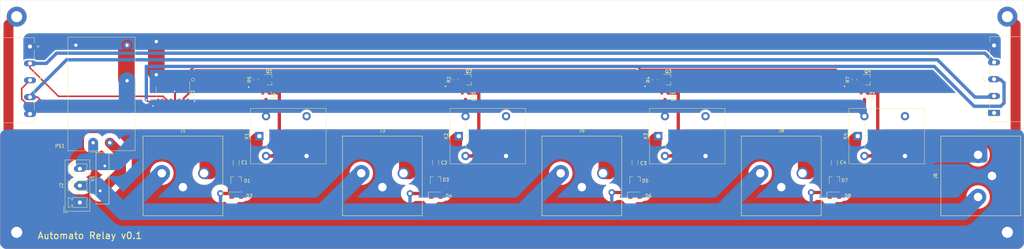
<source format=kicad_pcb>
(kicad_pcb (version 20171130) (host pcbnew 5.1.8-db9833491~87~ubuntu20.04.1)
  (layers (0 F.Cu signal) (31 B.Cu signal) (34 B.Paste user) (35 F.Paste user) (36 B.SilkS user) (37 F.SilkS user) (38 B.Mask user) (39 F.Mask user) (44 Edge.Cuts user))
  (net 0 "")
  (net 1 "Net-(C1-Pad2)")
  (net 2 "Net-(C1-Pad1)")
  (net 3 "Net-(C2-Pad2)")
  (net 4 "Net-(C2-Pad1)")
  (net 5 "Net-(C3-Pad2)")
  (net 6 "Net-(C3-Pad1)")
  (net 7 "Net-(C4-Pad2)")
  (net 8 "Net-(C4-Pad1)")
  (net 9 ACN)
  (net 10 ACE)
  (net 11 ACL)
  (net 12 3V3)
  (net 13 LATCH)
  (net 14 SDI)
  (net 15 CLK)
  (net 16 GND)
  (net 17 SDO)
  (net 18 "Net-(K1-Pad4)")
  (net 19 "Net-(K2-Pad4)")
  (net 20 "Net-(K3-Pad4)")
  (net 21 "Net-(K4-Pad4)")
  (net 22 CTRL1)
  (net 23 CTRL2)
  (net 24 CTRL3)
  (net 25 CTRL4)
  (net 26 "Net-(U1-Pad7)")
  (net 27 "Net-(U1-Pad6)")
  (net 28 "Net-(U1-Pad5)")
  (net 29 "Net-(U1-Pad4)")
  (net 30 "Net-(D9-Pad2)")
  (net 31 "Net-(D10-Pad2)")
  (net 32 "Net-(D11-Pad2)")
  (net 33 "Net-(D12-Pad2)")
  (net 34 "Net-(J7-Pad1)")
  (module Varistor:RV_Disc_D15.5mm_W3.9mm_P7.5mm (layer F.Cu) (at 51.5 147 270)
    (fp_text reference V1 (at 3.75 3.65 90) (layer F.SilkS))
    (fp_text value Varistor)
    (pad 1 thru_hole circle (at 0 0 270) (size 1.8 1.8) (drill 0.8) (layers *.Cu *.Mask) (net 11 ACL))
    (pad 2 thru_hole circle (at 7.5 1.4 270) (size 1.8 1.8) (drill 0.8) (layers *.Cu *.Mask) (net 9 ACN))
  )
  (module Converter_ACDC:Converter_ACDC_HiLink_HLK-PMxx (layer F.Cu) (at 48 140 90)
    (fp_text reference PS1 (at -1 -10) (layer F.SilkS))
    (fp_text value HLK-PM03)
    (pad 4 thru_hole circle (at 29.4 10.2 90) (size 2.3 2.3) (drill 1) (layers *.Cu *.Mask) (net 12 3V3))
    (pad 2 thru_hole circle (at 0 5 90) (size 2.3 2.3) (drill 1) (layers *.Cu *.Mask) (net 9 ACN))
    (pad 1 thru_hole rect (at 0 0 90) (size 2.3 2) (drill 1) (layers *.Cu *.Mask) (net 11 ACL))
    (pad 3 thru_hole circle (at 29.4 -5.2 90) (size 2.3 2.3) (drill 1) (layers *.Cu *.Mask) (net 16 GND))
  )
  (module Connector_Phoenix_MC_HighVoltage:PhoenixContact_MC_1,5_5-G-5.08_1x05_P5.08mm_Horizontal (layer F.Cu) (at 319 131 90)
    (fp_text reference J7 (at 10.16 -3 90) (layer F.SilkS))
    (fp_text value Screw_Terminal_01x05 hide)
    (pad 5 thru_hole oval (at 20.32 0 90) (size 1.8 3.6) (drill 1.2) (layers *.Cu *.Mask) (net 16 GND))
    (pad 4 thru_hole oval (at 15.24 0 90) (size 1.8 3.6) (drill 1.2) (layers *.Cu *.Mask) (net 15 CLK))
    (pad 3 thru_hole oval (at 10.16 0 90) (size 1.8 3.6) (drill 1.2) (layers *.Cu *.Mask) (net 17 SDO))
    (pad 2 thru_hole oval (at 5.08 0 90) (size 1.8 3.6) (drill 1.2) (layers *.Cu *.Mask) (net 13 LATCH))
    (pad 1 thru_hole roundrect (at 0 0 90) (size 1.8 3.6) (drill 1.2) (layers *.Cu *.Mask) (roundrect_rratio 0.138889) (net 34 "Net-(J7-Pad1)"))
  )
  (module Connector_Phoenix_MC_HighVoltage:PhoenixContact_MC_1,5_5-G-5.08_1x05_P5.08mm_Horizontal (layer F.Cu) (at 29 111 270)
    (fp_text reference J4 (at 10.16 -3 90) (layer F.SilkS))
    (fp_text value Screw_Terminal_01x05 hide)
    (pad 5 thru_hole oval (at 20.32 0 270) (size 1.8 3.6) (drill 1.2) (layers *.Cu *.Mask) (net 12 3V3))
    (pad 4 thru_hole oval (at 15.24 0 270) (size 1.8 3.6) (drill 1.2) (layers *.Cu *.Mask) (net 13 LATCH))
    (pad 3 thru_hole oval (at 10.16 0 270) (size 1.8 3.6) (drill 1.2) (layers *.Cu *.Mask) (net 14 SDI))
    (pad 2 thru_hole oval (at 5.08 0 270) (size 1.8 3.6) (drill 1.2) (layers *.Cu *.Mask) (net 15 CLK))
    (pad 1 thru_hole roundrect (at 0 0 270) (size 1.8 3.6) (drill 1.2) (layers *.Cu *.Mask) (roundrect_rratio 0.138889) (net 16 GND))
  )
  (module LED_SMD:LED_1206_3216Metric (layer F.Cu) (at 271 156)
    (fp_text reference D8 (at 4 0) (layer F.SilkS))
    (fp_text value LED)
    (pad 2 smd roundrect (at 1.4 0) (size 1.25 1.75) (layers F.Cu F.Paste F.Mask) (roundrect_rratio 0.2) (net 7 "Net-(C4-Pad2)"))
    (pad 1 smd roundrect (at -1.4 0) (size 1.25 1.75) (layers F.Cu F.Paste F.Mask) (roundrect_rratio 0.2) (net 9 ACN))
  )
  (module LED_SMD:LED_1206_3216Metric (layer F.Cu) (at 211 156)
    (fp_text reference D6 (at 4 0) (layer F.SilkS))
    (fp_text value LED)
    (pad 2 smd roundrect (at 1.4 0) (size 1.25 1.75) (layers F.Cu F.Paste F.Mask) (roundrect_rratio 0.2) (net 5 "Net-(C3-Pad2)"))
    (pad 1 smd roundrect (at -1.4 0) (size 1.25 1.75) (layers F.Cu F.Paste F.Mask) (roundrect_rratio 0.2) (net 9 ACN))
  )
  (module LED_SMD:LED_1206_3216Metric (layer F.Cu) (at 151.1 156)
    (fp_text reference D4 (at 3.9 0) (layer F.SilkS))
    (fp_text value LED)
    (pad 2 smd roundrect (at 1.4 0) (size 1.25 1.75) (layers F.Cu F.Paste F.Mask) (roundrect_rratio 0.2) (net 3 "Net-(C2-Pad2)"))
    (pad 1 smd roundrect (at -1.4 0) (size 1.25 1.75) (layers F.Cu F.Paste F.Mask) (roundrect_rratio 0.2) (net 9 ACN))
  )
  (module LED_SMD:LED_1206_3216Metric (layer F.Cu) (at 91.1 156)
    (fp_text reference D2 (at 3.9 0) (layer F.SilkS))
    (fp_text value LED)
    (pad 2 smd roundrect (at 1.4 0) (size 1.25 1.75) (layers F.Cu F.Paste F.Mask) (roundrect_rratio 0.2) (net 1 "Net-(C1-Pad2)"))
    (pad 1 smd roundrect (at -1.4 0) (size 1.25 1.75) (layers F.Cu F.Paste F.Mask) (roundrect_rratio 0.2) (net 9 ACN))
  )
  (module Capacitor_SMD:C_1206_3216Metric (layer F.Cu) (at 271 146 270)
    (fp_text reference C4 (at -0.029949 -2.580193 180) (layer F.SilkS))
    (fp_text value 100n)
    (pad 2 smd roundrect (at 1.475 0 270) (size 1.15 1.8) (layers F.Cu F.Paste F.Mask) (roundrect_rratio 0.217391) (net 7 "Net-(C4-Pad2)"))
    (pad 1 smd roundrect (at -1.475 0 270) (size 1.15 1.8) (layers F.Cu F.Paste F.Mask) (roundrect_rratio 0.217391) (net 8 "Net-(C4-Pad1)"))
  )
  (module Capacitor_SMD:C_1206_3216Metric (layer F.Cu) (at 211 146 270)
    (fp_text reference C3 (at 0.199133 -2.532572 180) (layer F.SilkS))
    (fp_text value 100n)
    (pad 2 smd roundrect (at 1.475 0 270) (size 1.15 1.8) (layers F.Cu F.Paste F.Mask) (roundrect_rratio 0.217391) (net 5 "Net-(C3-Pad2)"))
    (pad 1 smd roundrect (at -1.475 0 270) (size 1.15 1.8) (layers F.Cu F.Paste F.Mask) (roundrect_rratio 0.217391) (net 6 "Net-(C3-Pad1)"))
  )
  (module Capacitor_SMD:C_1206_3216Metric (layer F.Cu) (at 151 146 270)
    (fp_text reference C2 (at 0.031794 -2.536714 180) (layer F.SilkS))
    (fp_text value 100n)
    (pad 2 smd roundrect (at 1.475 0 270) (size 1.15 1.8) (layers F.Cu F.Paste F.Mask) (roundrect_rratio 0.217391) (net 3 "Net-(C2-Pad2)"))
    (pad 1 smd roundrect (at -1.475 0 270) (size 1.15 1.8) (layers F.Cu F.Paste F.Mask) (roundrect_rratio 0.217391) (net 4 "Net-(C2-Pad1)"))
  )
  (module Capacitor_SMD:C_1206_3216Metric (layer F.Cu) (at 91 146 270)
    (fp_text reference C1 (at -0.037426 -2.510471 180) (layer F.SilkS))
    (fp_text value 100n)
    (pad 2 smd roundrect (at 1.475 0 270) (size 1.15 1.8) (layers F.Cu F.Paste F.Mask) (roundrect_rratio 0.217391) (net 1 "Net-(C1-Pad2)"))
    (pad 1 smd roundrect (at -1.475 0 270) (size 1.15 1.8) (layers F.Cu F.Paste F.Mask) (roundrect_rratio 0.217391) (net 2 "Net-(C1-Pad1)"))
  )
  (module Diode_SMD:D_SOT-23_ANK (layer F.Cu) (at 280 126 270)
    (fp_text reference D12 (at 0 -2.5 90) (layer F.SilkS))
    (fp_text value D)
    (pad 2 smd rect (at -1 -0.95 270) (size 0.9 0.8) (layers F.Cu F.Paste F.Mask) (net 33 "Net-(D12-Pad2)"))
    (pad "" smd rect (at -1 0.95 270) (size 0.9 0.8) (layers F.Cu F.Paste F.Mask))
    (pad 1 smd rect (at 1 0 270) (size 0.9 0.8) (layers F.Cu F.Paste F.Mask) (net 12 3V3))
  )
  (module Diode_SMD:D_SOT-23_ANK (layer F.Cu) (at 220 126 270)
    (fp_text reference D11 (at 0 -2.5 90) (layer F.SilkS))
    (fp_text value D)
    (pad 2 smd rect (at -1 -0.95 270) (size 0.9 0.8) (layers F.Cu F.Paste F.Mask) (net 32 "Net-(D11-Pad2)"))
    (pad "" smd rect (at -1 0.95 270) (size 0.9 0.8) (layers F.Cu F.Paste F.Mask))
    (pad 1 smd rect (at 1 0 270) (size 0.9 0.8) (layers F.Cu F.Paste F.Mask) (net 12 3V3))
  )
  (module Diode_SMD:D_SOT-23_ANK (layer F.Cu) (at 160 126 270)
    (fp_text reference D10 (at 0 -2.5 90) (layer F.SilkS))
    (fp_text value D)
    (pad 2 smd rect (at -1 -0.95 270) (size 0.9 0.8) (layers F.Cu F.Paste F.Mask) (net 31 "Net-(D10-Pad2)"))
    (pad "" smd rect (at -1 0.95 270) (size 0.9 0.8) (layers F.Cu F.Paste F.Mask))
    (pad 1 smd rect (at 1 0 270) (size 0.9 0.8) (layers F.Cu F.Paste F.Mask) (net 12 3V3))
  )
  (module Diode_SMD:D_SOT-23_ANK (layer F.Cu) (at 100 126 270)
    (fp_text reference D9 (at 0 -2.5 90) (layer F.SilkS))
    (fp_text value D)
    (pad 2 smd rect (at -1 -0.95 270) (size 0.9 0.8) (layers F.Cu F.Paste F.Mask) (net 30 "Net-(D9-Pad2)"))
    (pad "" smd rect (at -1 0.95 270) (size 0.9 0.8) (layers F.Cu F.Paste F.Mask))
    (pad 1 smd rect (at 1 0 270) (size 0.9 0.8) (layers F.Cu F.Paste F.Mask) (net 12 3V3))
  )
  (module Package_SO:SO-16_3.9x9.9mm_P1.27mm (layer F.Cu) (at 72 125 270)
    (fp_text reference U1 (at 0 -5.9 90) (layer F.SilkS))
    (fp_text value 74HC595)
    (pad 16 smd roundrect (at 2.575 -4.445 270) (size 1.75 0.6) (layers F.Cu F.Paste F.Mask) (net 12 3V3))
    (pad 15 smd roundrect (at 2.575 -3.175 270) (size 1.75 0.6) (layers F.Cu F.Paste F.Mask) (net 22 CTRL1))
    (pad 14 smd roundrect (at 2.575 -1.905 270) (size 1.75 0.6) (layers F.Cu F.Paste F.Mask) (net 14 SDI))
    (pad 13 smd roundrect (at 2.575 -0.635 270) (size 1.75 0.6) (layers F.Cu F.Paste F.Mask) (net 16 GND))
    (pad 12 smd roundrect (at 2.575 0.635 270) (size 1.75 0.6) (layers F.Cu F.Paste F.Mask) (net 13 LATCH))
    (pad 11 smd roundrect (at 2.575 1.905 270) (size 1.75 0.6) (layers F.Cu F.Paste F.Mask) (net 15 CLK))
    (pad 10 smd roundrect (at 2.575 3.175 270) (size 1.75 0.6) (layers F.Cu F.Paste F.Mask) (net 12 3V3))
    (pad 9 smd roundrect (at 2.575 4.445 270) (size 1.75 0.6) (layers F.Cu F.Paste F.Mask) (net 17 SDO))
    (pad 8 smd roundrect (at -2.575 4.445 270) (size 1.75 0.6) (layers F.Cu F.Paste F.Mask) (net 16 GND))
    (pad 7 smd roundrect (at -2.575 3.175 270) (size 1.75 0.6) (layers F.Cu F.Paste F.Mask) (net 26 "Net-(U1-Pad7)"))
    (pad 6 smd roundrect (at -2.575 1.905 270) (size 1.75 0.6) (layers F.Cu F.Paste F.Mask) (net 27 "Net-(U1-Pad6)"))
    (pad 5 smd roundrect (at -2.575 0.635 270) (size 1.75 0.6) (layers F.Cu F.Paste F.Mask) (net 28 "Net-(U1-Pad5)"))
    (pad 4 smd roundrect (at -2.575 -0.635 270) (size 1.75 0.6) (layers F.Cu F.Paste F.Mask) (net 29 "Net-(U1-Pad4)"))
    (pad 3 smd roundrect (at -2.575 -1.905 270) (size 1.75 0.6) (layers F.Cu F.Paste F.Mask) (net 25 CTRL4))
    (pad 2 smd roundrect (at -2.575 -3.175 270) (size 1.75 0.6) (layers F.Cu F.Paste F.Mask) (net 24 CTRL3))
    (pad 1 smd roundrect (at -2.575 -4.445 270) (size 1.75 0.6) (layers F.Cu F.Paste F.Mask) (net 23 CTRL2))
  )
  (module Resistor_SMD:R_0805_2012Metric (layer F.Cu) (at 277 121 270)
    (fp_text reference R7 (at 0 2 90) (layer F.SilkS))
    (fp_text value 100k)
    (pad 2 smd roundrect (at 0.9125 0 270) (size 1.025 1.4) (layers F.Cu F.Paste F.Mask) (roundrect_rratio 0.2439014634146341) (net 16 GND))
    (pad 1 smd roundrect (at -0.9125 0 270) (size 1.025 1.4) (layers F.Cu F.Paste F.Mask) (roundrect_rratio 0.2439014634146341) (net 25 CTRL4))
  )
  (module Resistor_SMD:R_0805_2012Metric (layer F.Cu) (at 97 121 270)
    (fp_text reference R5 (at 0 2 90) (layer F.SilkS))
    (fp_text value 100k)
    (pad 2 smd roundrect (at 0.9125 0 270) (size 1.025 1.4) (layers F.Cu F.Paste F.Mask) (roundrect_rratio 0.2439014634146341) (net 16 GND))
    (pad 1 smd roundrect (at -0.9125 0 270) (size 1.025 1.4) (layers F.Cu F.Paste F.Mask) (roundrect_rratio 0.2439014634146341) (net 22 CTRL1))
  )
  (module Resistor_SMD:R_0805_2012Metric (layer F.Cu) (at 217 121 270)
    (fp_text reference R4 (at 0 2 90) (layer F.SilkS))
    (fp_text value 100k)
    (pad 2 smd roundrect (at 0.9125 0 270) (size 1.025 1.4) (layers F.Cu F.Paste F.Mask) (roundrect_rratio 0.2439014634146341) (net 16 GND))
    (pad 1 smd roundrect (at -0.9125 0 270) (size 1.025 1.4) (layers F.Cu F.Paste F.Mask) (roundrect_rratio 0.2439014634146341) (net 24 CTRL3))
  )
  (module Resistor_SMD:R_0805_2012Metric (layer F.Cu) (at 157 121 270)
    (fp_text reference R2 (at 0 2 90) (layer F.SilkS))
    (fp_text value 100k)
    (pad 2 smd roundrect (at 0.9125 0 270) (size 1.025 1.4) (layers F.Cu F.Paste F.Mask) (roundrect_rratio 0.2439014634146341) (net 16 GND))
    (pad 1 smd roundrect (at -0.9125 0 270) (size 1.025 1.4) (layers F.Cu F.Paste F.Mask) (roundrect_rratio 0.2439014634146341) (net 23 CTRL2))
  )
  (module Package_TO_SOT_SMD:SOT-23 (layer F.Cu) (at 281 121)
    (fp_text reference Q4 (at 0 -2.5) (layer F.SilkS))
    (fp_text value DMG3418L)
    (pad 3 smd rect (at 1 0) (size 0.9 0.8) (layers F.Cu F.Paste F.Mask) (net 33 "Net-(D12-Pad2)"))
    (pad 2 smd rect (at -1 0.95) (size 0.9 0.8) (layers F.Cu F.Paste F.Mask) (net 16 GND))
    (pad 1 smd rect (at -1 -0.95) (size 0.9 0.8) (layers F.Cu F.Paste F.Mask) (net 25 CTRL4))
  )
  (module Package_TO_SOT_SMD:SOT-23 (layer F.Cu) (at 221 121)
    (fp_text reference Q3 (at 0 -2.5) (layer F.SilkS))
    (fp_text value DMG3418L)
    (pad 3 smd rect (at 1 0) (size 0.9 0.8) (layers F.Cu F.Paste F.Mask) (net 32 "Net-(D11-Pad2)"))
    (pad 2 smd rect (at -1 0.95) (size 0.9 0.8) (layers F.Cu F.Paste F.Mask) (net 16 GND))
    (pad 1 smd rect (at -1 -0.95) (size 0.9 0.8) (layers F.Cu F.Paste F.Mask) (net 24 CTRL3))
  )
  (module Package_TO_SOT_SMD:SOT-23 (layer F.Cu) (at 161 121)
    (fp_text reference Q2 (at 0 -2.5) (layer F.SilkS))
    (fp_text value DMG3418L)
    (pad 3 smd rect (at 1 0) (size 0.9 0.8) (layers F.Cu F.Paste F.Mask) (net 31 "Net-(D10-Pad2)"))
    (pad 2 smd rect (at -1 0.95) (size 0.9 0.8) (layers F.Cu F.Paste F.Mask) (net 16 GND))
    (pad 1 smd rect (at -1 -0.95) (size 0.9 0.8) (layers F.Cu F.Paste F.Mask) (net 23 CTRL2))
  )
  (module Package_TO_SOT_SMD:SOT-23 (layer F.Cu) (at 101 121)
    (fp_text reference Q1 (at 0 -2.5) (layer F.SilkS))
    (fp_text value DMG3418L)
    (pad 3 smd rect (at 1 0) (size 0.9 0.8) (layers F.Cu F.Paste F.Mask) (net 30 "Net-(D9-Pad2)"))
    (pad 2 smd rect (at -1 0.95) (size 0.9 0.8) (layers F.Cu F.Paste F.Mask) (net 16 GND))
    (pad 1 smd rect (at -1 -0.95) (size 0.9 0.8) (layers F.Cu F.Paste F.Mask) (net 22 CTRL1))
  )
  (module Relay_THT:Relay_SPDT_Omron-G5LE-1 (layer F.Cu) (at 278 138 90)
    (fp_text reference K4 (at 0 -3.8 90) (layer F.SilkS))
    (fp_text value G5LE-14)
    (pad 5 thru_hole oval (at 6 2 90) (size 2.5 2.5) (drill 1.3) (layers *.Cu *.Mask) (net 12 3V3))
    (pad 4 thru_hole oval (at 6 14.2 90) (size 2.5 2.5) (drill 1.3) (layers *.Cu *.Mask) (net 21 "Net-(K4-Pad4)"))
    (pad 3 thru_hole oval (at -6 14.2 90) (size 2.5 2.5) (drill 1.3) (layers *.Cu *.Mask) (net 11 ACL))
    (pad 2 thru_hole oval (at -6 2 90) (size 2.5 2.5) (drill 1.3) (layers *.Cu *.Mask) (net 33 "Net-(D12-Pad2)"))
    (pad 1 thru_hole rect (at 0 0 90) (size 2.5 2.5) (drill 1.3) (layers *.Cu *.Mask) (net 8 "Net-(C4-Pad1)"))
  )
  (module Relay_THT:Relay_SPDT_Omron-G5LE-1 (layer F.Cu) (at 218 138 90)
    (fp_text reference K3 (at 0 -3.8 90) (layer F.SilkS))
    (fp_text value G5LE-14)
    (pad 5 thru_hole oval (at 6 2 90) (size 2.5 2.5) (drill 1.3) (layers *.Cu *.Mask) (net 12 3V3))
    (pad 4 thru_hole oval (at 6 14.2 90) (size 2.5 2.5) (drill 1.3) (layers *.Cu *.Mask) (net 20 "Net-(K3-Pad4)"))
    (pad 3 thru_hole oval (at -6 14.2 90) (size 2.5 2.5) (drill 1.3) (layers *.Cu *.Mask) (net 11 ACL))
    (pad 2 thru_hole oval (at -6 2 90) (size 2.5 2.5) (drill 1.3) (layers *.Cu *.Mask) (net 32 "Net-(D11-Pad2)"))
    (pad 1 thru_hole rect (at 0 0 90) (size 2.5 2.5) (drill 1.3) (layers *.Cu *.Mask) (net 6 "Net-(C3-Pad1)"))
  )
  (module Relay_THT:Relay_SPDT_Omron-G5LE-1 (layer F.Cu) (at 158 138 90)
    (fp_text reference K2 (at 0 -3.8 90) (layer F.SilkS))
    (fp_text value G5LE-14)
    (pad 5 thru_hole oval (at 6 2 90) (size 2.5 2.5) (drill 1.3) (layers *.Cu *.Mask) (net 12 3V3))
    (pad 4 thru_hole oval (at 6 14.2 90) (size 2.5 2.5) (drill 1.3) (layers *.Cu *.Mask) (net 19 "Net-(K2-Pad4)"))
    (pad 3 thru_hole oval (at -6 14.2 90) (size 2.5 2.5) (drill 1.3) (layers *.Cu *.Mask) (net 11 ACL))
    (pad 2 thru_hole oval (at -6 2 90) (size 2.5 2.5) (drill 1.3) (layers *.Cu *.Mask) (net 31 "Net-(D10-Pad2)"))
    (pad 1 thru_hole rect (at 0 0 90) (size 2.5 2.5) (drill 1.3) (layers *.Cu *.Mask) (net 4 "Net-(C2-Pad1)"))
  )
  (module Relay_THT:Relay_SPDT_Omron-G5LE-1 (layer F.Cu) (at 98 138 90)
    (fp_text reference K1 (at 0 -3.8 90) (layer F.SilkS))
    (fp_text value G5LE-14)
    (pad 5 thru_hole oval (at 6 2 90) (size 2.5 2.5) (drill 1.3) (layers *.Cu *.Mask) (net 12 3V3))
    (pad 4 thru_hole oval (at 6 14.2 90) (size 2.5 2.5) (drill 1.3) (layers *.Cu *.Mask) (net 18 "Net-(K1-Pad4)"))
    (pad 3 thru_hole oval (at -6 14.2 90) (size 2.5 2.5) (drill 1.3) (layers *.Cu *.Mask) (net 11 ACL))
    (pad 2 thru_hole oval (at -6 2 90) (size 2.5 2.5) (drill 1.3) (layers *.Cu *.Mask) (net 30 "Net-(D9-Pad2)"))
    (pad 1 thru_hole rect (at 0 0 90) (size 2.5 2.5) (drill 1.3) (layers *.Cu *.Mask) (net 2 "Net-(C1-Pad1)"))
  )
  (module automato-relay:TE-3-213598-4 (layer F.Cu) (at 255 150)
    (fp_text reference J8 (at -0.01 -13.67) (layer F.SilkS))
    (fp_text value TE-3-213598-4)
    (pad 3 thru_hole circle (at 0 3.38) (size 3.54 3.54) (drill 2.54) (layers *.Cu *.Mask) (net 10 ACE))
    (pad 2 thru_hole circle (at 6.35 -0.81) (size 3.54 3.54) (drill 2.54) (layers *.Cu *.Mask) (net 8 "Net-(C4-Pad1)"))
    (pad 1 thru_hole circle (at -6.35 -0.81) (size 3.54 3.54) (drill 2.54) (layers *.Cu *.Mask) (net 9 ACN))
  )
  (module automato-relay:TE-3-213598-4 (layer F.Cu) (at 315 150 90)
    (fp_text reference J6 (at -0.01 -13.67 90) (layer F.SilkS))
    (fp_text value TE-3-213598-4 hide)
    (pad 3 thru_hole circle (at 0 3.38 90) (size 3.54 3.54) (drill 2.54) (layers *.Cu *.Mask) (net 10 ACE))
    (pad 2 thru_hole circle (at 6.35 -0.81 90) (size 3.54 3.54) (drill 2.54) (layers *.Cu *.Mask) (net 11 ACL))
    (pad 1 thru_hole circle (at -6.35 -0.81 90) (size 3.54 3.54) (drill 2.54) (layers *.Cu *.Mask) (net 9 ACN))
  )
  (module automato-relay:TE-3-213598-4 (layer F.Cu) (at 195 150)
    (fp_text reference J5 (at -0.01 -13.67) (layer F.SilkS))
    (fp_text value TE-3-213598-4)
    (pad 3 thru_hole circle (at 0 3.38) (size 3.54 3.54) (drill 2.54) (layers *.Cu *.Mask) (net 10 ACE))
    (pad 2 thru_hole circle (at 6.35 -0.81) (size 3.54 3.54) (drill 2.54) (layers *.Cu *.Mask) (net 6 "Net-(C3-Pad1)"))
    (pad 1 thru_hole circle (at -6.35 -0.81) (size 3.54 3.54) (drill 2.54) (layers *.Cu *.Mask) (net 9 ACN))
  )
  (module automato-relay:TE-3-213598-4 (layer F.Cu) (at 135 150)
    (fp_text reference J3 (at -0.01 -13.67) (layer F.SilkS))
    (fp_text value TE-3-213598-4)
    (pad 3 thru_hole circle (at 0 3.38) (size 3.54 3.54) (drill 2.54) (layers *.Cu *.Mask) (net 10 ACE))
    (pad 2 thru_hole circle (at 6.35 -0.81) (size 3.54 3.54) (drill 2.54) (layers *.Cu *.Mask) (net 4 "Net-(C2-Pad1)"))
    (pad 1 thru_hole circle (at -6.35 -0.81) (size 3.54 3.54) (drill 2.54) (layers *.Cu *.Mask) (net 9 ACN))
  )
  (module Connector_Phoenix_MC_HighVoltage:PhoenixContact_MCV_1,5_3-G-5.08_1x03_P5.08mm_Vertical (layer F.Cu) (at 44 158 90)
    (fp_text reference J2 (at 5.08 -5.55 90) (layer F.SilkS))
    (fp_text value Screw_Terminal_01x03)
    (pad 3 thru_hole oval (at 10.16 0 90) (size 1.8 3.6) (drill 1.2) (layers *.Cu *.Mask) (net 11 ACL))
    (pad 2 thru_hole oval (at 5.08 0 90) (size 1.8 3.6) (drill 1.2) (layers *.Cu *.Mask) (net 9 ACN))
    (pad 1 thru_hole roundrect (at 0 0 90) (size 1.8 3.6) (drill 1.2) (layers *.Cu *.Mask) (roundrect_rratio 0.139) (net 10 ACE))
  )
  (module automato-relay:TE-3-213598-4 (layer F.Cu) (at 75 150)
    (fp_text reference J1 (at -0.01 -13.67) (layer F.SilkS))
    (fp_text value TE-3-213598-4)
    (pad 3 thru_hole circle (at 0 3.38) (size 3.54 3.54) (drill 2.54) (layers *.Cu *.Mask) (net 10 ACE))
    (pad 2 thru_hole circle (at 6.35 -0.81) (size 3.54 3.54) (drill 2.54) (layers *.Cu *.Mask) (net 2 "Net-(C1-Pad1)"))
    (pad 1 thru_hole circle (at -6.35 -0.81) (size 3.54 3.54) (drill 2.54) (layers *.Cu *.Mask) (net 9 ACN))
  )
  (module Diode_SMD:D_SOT-23_ANK (layer F.Cu) (at 271 151 90)
    (fp_text reference D7 (at -0.359521 3.050416 180) (layer F.SilkS))
    (fp_text value D)
    (pad 2 smd rect (at -1 -0.95 90) (size 0.9 0.8) (layers F.Cu F.Paste F.Mask) (net 9 ACN))
    (pad "" smd rect (at -1 0.95 90) (size 0.9 0.8) (layers F.Cu F.Paste F.Mask))
    (pad 1 smd rect (at 1 0 90) (size 0.9 0.8) (layers F.Cu F.Paste F.Mask) (net 7 "Net-(C4-Pad2)"))
  )
  (module Diode_SMD:D_SOT-23_ANK (layer F.Cu) (at 211 151 90)
    (fp_text reference D5 (at -0.468034 3.087194 180) (layer F.SilkS))
    (fp_text value D)
    (pad 2 smd rect (at -1 -0.95 90) (size 0.9 0.8) (layers F.Cu F.Paste F.Mask) (net 9 ACN))
    (pad "" smd rect (at -1 0.95 90) (size 0.9 0.8) (layers F.Cu F.Paste F.Mask))
    (pad 1 smd rect (at 1 0 90) (size 0.9 0.8) (layers F.Cu F.Paste F.Mask) (net 5 "Net-(C3-Pad2)"))
  )
  (module Diode_SMD:D_SOT-23_ANK (layer F.Cu) (at 151 151 90)
    (fp_text reference D3 (at -0.125868 3.099373 180) (layer F.SilkS))
    (fp_text value D)
    (pad 2 smd rect (at -1 -0.95 90) (size 0.9 0.8) (layers F.Cu F.Paste F.Mask) (net 9 ACN))
    (pad "" smd rect (at -1 0.95 90) (size 0.9 0.8) (layers F.Cu F.Paste F.Mask))
    (pad 1 smd rect (at 1 0 90) (size 0.9 0.8) (layers F.Cu F.Paste F.Mask) (net 3 "Net-(C2-Pad2)"))
  )
  (module Diode_SMD:D_SOT-23_ANK (layer F.Cu) (at 91 151 90)
    (fp_text reference D1 (at -0.506692 3.334365 180) (layer F.SilkS))
    (fp_text value D)
    (pad 2 smd rect (at -1 -0.95 90) (size 0.9 0.8) (layers F.Cu F.Paste F.Mask) (net 9 ACN))
    (pad "" smd rect (at -1 0.95 90) (size 0.9 0.8) (layers F.Cu F.Paste F.Mask))
    (pad 1 smd rect (at 1 0 90) (size 0.9 0.8) (layers F.Cu F.Paste F.Mask) (net 1 "Net-(C1-Pad2)"))
  )
  (gr_text "Automato Relay v0.1" (at 47 168) (layer F.SilkS) (effects (font (size 2 2) (thickness 0.3))))
  (gr_text "Automato Relay v0.1" (at 47 168) (layer F.Cu) (effects (font (size 2 2) (thickness 0.5))))
  (gr_circle (center 78 121) (end 78.319867 120.64414) (layer F.SilkS) (width 0.12))
  (gr_line (start 20 97) (end 20 172) (layer Edge.Cuts) (width 0.05))
  (gr_line (start 328 97) (end 20 97) (layer Edge.Cuts) (width 0.05))
  (gr_line (start 328 172) (end 328 97) (layer Edge.Cuts) (width 0.05))
  (gr_line (start 20 172) (end 328 172) (layer Edge.Cuts) (width 0.05))
  (via (at 25 167) (size 6) (drill 3.35) (layers F.Cu B.Cu) (net 10))
  (via (at 25 102) (size 6) (drill 3.35) (layers F.Cu B.Cu) (net 10))
  (via (at 323 167) (size 6) (drill 3.35) (layers F.Cu B.Cu) (net 10))
  (segment (start 91 147.475) (end 91 149.299999) (width 1) (layer F.Cu) (net 1))
  (segment (start 91 149.299999) (end 91 150) (width 1) (layer F.Cu) (net 1))
  (segment (start 92.5 156) (end 94 156) (width 1) (layer F.Cu) (net 1))
  (segment (start 94 156) (end 94 150) (width 1) (layer F.Cu) (net 1))
  (segment (start 94 150) (end 91 150) (width 1) (layer F.Cu) (net 1))
  (segment (start 152.5 156) (end 154 156) (width 1) (layer F.Cu) (net 3))
  (segment (start 154 156) (end 154 149) (width 1) (layer F.Cu) (net 3))
  (segment (start 154 149) (end 151 149) (width 1) (layer F.Cu) (net 3))
  (segment (start 151 149) (end 151 150) (width 1) (layer F.Cu) (net 3))
  (segment (start 151 147.475) (end 151 149) (width 1) (layer F.Cu) (net 3))
  (segment (start 211 147.475) (end 211 150) (width 1) (layer F.Cu) (net 5))
  (segment (start 214 150) (end 214 156) (width 1) (layer F.Cu) (net 5))
  (segment (start 214 156) (end 212.4 156) (width 1) (layer F.Cu) (net 5))
  (segment (start 211 150) (end 214 150) (width 1) (layer F.Cu) (net 5))
  (segment (start 271 149) (end 274 149) (width 1) (layer F.Cu) (net 7))
  (segment (start 271 147.475) (end 271 149) (width 1) (layer F.Cu) (net 7))
  (segment (start 271 149) (end 271 150) (width 1) (layer F.Cu) (net 7))
  (segment (start 274 149) (end 274 156) (width 1) (layer F.Cu) (net 7))
  (segment (start 274 156) (end 272.4 156) (width 1) (layer F.Cu) (net 7))
  (segment (start 237.050306 160.789694) (end 248.65 149.19) (width 5) (layer B.Cu) (net 9))
  (segment (start 177.210306 160.629694) (end 177.210306 160.789694) (width 5) (layer B.Cu) (net 9))
  (segment (start 309.750306 160.789694) (end 314.19 156.35) (width 5) (layer B.Cu) (net 9))
  (segment (start 90.05 152) (end 89 152) (width 1) (layer F.Cu) (net 9))
  (segment (start 89 155.3) (end 89.7 156) (width 1) (layer F.Cu) (net 9))
  (segment (start 89 152) (end 89 155.3) (width 1) (layer F.Cu) (net 9))
  (segment (start 89 155.3) (end 86.3 155.3) (width 1) (layer F.Cu) (net 9))
  (via (at 86.3 155.3) (size 2) (drill 1) (layers F.Cu B.Cu) (net 9))
  (segment (start 86.3 160.7) (end 86.210306 160.789694) (width 1) (layer B.Cu) (net 9))
  (segment (start 86.3 155.3) (end 86.3 160.7) (width 1) (layer B.Cu) (net 9))
  (segment (start 86.210306 160.789694) (end 57.050306 160.789694) (width 5) (layer B.Cu) (net 9))
  (segment (start 117.050306 160.789694) (end 86.210306 160.789694) (width 5) (layer B.Cu) (net 9))
  (segment (start 149 155.3) (end 149.7 156) (width 1) (layer F.Cu) (net 9))
  (segment (start 149 152) (end 149 155.3) (width 1) (layer F.Cu) (net 9))
  (segment (start 150.05 152) (end 149 152) (width 1) (layer F.Cu) (net 9))
  (segment (start 210.05 152) (end 209 152) (width 1) (layer F.Cu) (net 9))
  (segment (start 209 155.4) (end 209.6 156) (width 1) (layer F.Cu) (net 9))
  (segment (start 209 152) (end 209 155.4) (width 1) (layer F.Cu) (net 9))
  (segment (start 270.05 152) (end 268 152) (width 1) (layer F.Cu) (net 9))
  (segment (start 268 152) (end 268 155) (width 1) (layer F.Cu) (net 9))
  (segment (start 269 156) (end 269.6 156) (width 1) (layer F.Cu) (net 9))
  (segment (start 268 155) (end 269 156) (width 1) (layer F.Cu) (net 9))
  (segment (start 268 155) (end 264 155) (width 1) (layer F.Cu) (net 9))
  (via (at 264 155) (size 2) (drill 1) (layers F.Cu B.Cu) (net 9))
  (segment (start 209.6 156) (end 209 156) (width 1) (layer F.Cu) (net 9))
  (segment (start 209 156) (end 208 155) (width 1) (layer F.Cu) (net 9))
  (via (at 204 155) (size 2) (drill 1) (layers F.Cu B.Cu) (net 9))
  (segment (start 208 155) (end 204 155) (width 1) (layer F.Cu) (net 9))
  (segment (start 204 160.579388) (end 204.210306 160.789694) (width 1) (layer B.Cu) (net 9))
  (segment (start 204 155) (end 204 160.579388) (width 1) (layer B.Cu) (net 9))
  (segment (start 204.210306 160.789694) (end 237.050306 160.789694) (width 5) (layer B.Cu) (net 9))
  (segment (start 177.210306 160.789694) (end 204.210306 160.789694) (width 5) (layer B.Cu) (net 9))
  (segment (start 264 159) (end 262.210306 160.789694) (width 1) (layer B.Cu) (net 9))
  (segment (start 264 155) (end 264 159) (width 1) (layer B.Cu) (net 9))
  (segment (start 262.210306 160.789694) (end 309.750306 160.789694) (width 5) (layer B.Cu) (net 9))
  (segment (start 237.050306 160.789694) (end 262.210306 160.789694) (width 5) (layer B.Cu) (net 9))
  (segment (start 149 155.3) (end 143.3 155.3) (width 1) (layer F.Cu) (net 9))
  (via (at 143.3 155.3) (size 2) (drill 1) (layers F.Cu B.Cu) (net 9))
  (segment (start 143.3 159.3) (end 144.789694 160.789694) (width 1) (layer B.Cu) (net 9))
  (segment (start 143.3 155.3) (end 143.3 159.3) (width 1) (layer B.Cu) (net 9))
  (segment (start 144.789694 160.789694) (end 177.210306 160.789694) (width 5) (layer B.Cu) (net 9))
  (segment (start 117.050306 160.789694) (end 144.789694 160.789694) (width 5) (layer B.Cu) (net 9))
  (segment (start 44 152.92) (end 47.92 152.92) (width 3) (layer B.Cu) (net 9))
  (segment (start 56.350001 143.350001) (end 53 140) (width 3) (layer F.Cu) (net 9))
  (segment (start 56.350001 147.944001) (end 56.350001 143.350001) (width 3) (layer F.Cu) (net 9))
  (segment (start 128.65 149.19) (end 117.050306 160.789694) (width 5) (layer B.Cu) (net 9))
  (segment (start 188.65 149.19) (end 177.210306 160.629694) (width 5) (layer B.Cu) (net 9))
  (segment (start 49.180612 152.819388) (end 49.180612 152.92) (width 2) (layer B.Cu) (net 9))
  (segment (start 49.180612 152.92) (end 57.050306 160.789694) (width 5) (layer B.Cu) (net 9))
  (segment (start 47.92 152.92) (end 49.180612 152.92) (width 5) (layer B.Cu) (net 9))
  (segment (start 57.050306 160.789694) (end 68.65 149.19) (width 5) (layer B.Cu) (net 9))
  (segment (start 56.350001 148.649999) (end 56.350001 147.944001) (width 3) (layer F.Cu) (net 9))
  (segment (start 50.5 154.5) (end 56.350001 148.649999) (width 3) (layer F.Cu) (net 9))
  (segment (start 50.1 154.5) (end 50.5 154.5) (width 3) (layer F.Cu) (net 9))
  (segment (start 75 161) (end 75 153.38) (width 5) (layer F.Cu) (net 10))
  (segment (start 135 161) (end 135 153.38) (width 5) (layer F.Cu) (net 10))
  (segment (start 75 161) (end 135 161) (width 5) (layer F.Cu) (net 10))
  (segment (start 255 161) (end 255 153.38) (width 5) (layer F.Cu) (net 10))
  (segment (start 195 160) (end 194 161) (width 5) (layer F.Cu) (net 10))
  (segment (start 195 153.38) (end 195 160) (width 5) (layer F.Cu) (net 10))
  (segment (start 194 161) (end 255 161) (width 5) (layer F.Cu) (net 10))
  (segment (start 135 161) (end 194 161) (width 5) (layer F.Cu) (net 10))
  (segment (start 311 150) (end 318.38 150) (width 5) (layer F.Cu) (net 10))
  (segment (start 300 161) (end 311 150) (width 5) (layer F.Cu) (net 10))
  (segment (start 255 161) (end 300 161) (width 5) (layer F.Cu) (net 10))
  (segment (start 75 161) (end 45 161) (width 5) (layer F.Cu) (net 10))
  (segment (start 44 158) (end 44 160) (width 3) (layer F.Cu) (net 10))
  (via (at 323 102) (size 6) (drill 3.35) (layers F.Cu B.Cu) (net 10))
  (segment (start 325.47499 164.52501) (end 323 167) (width 3) (layer F.Cu) (net 10))
  (segment (start 325.47499 104.47499) (end 325.47499 164.52501) (width 3) (layer F.Cu) (net 10))
  (segment (start 323 102) (end 325.47499 104.47499) (width 3) (layer F.Cu) (net 10))
  (segment (start 22.52501 164.52501) (end 25 167) (width 3) (layer F.Cu) (net 10))
  (segment (start 22.52501 104.47499) (end 22.52501 164.52501) (width 3) (layer F.Cu) (net 10))
  (segment (start 25 102) (end 22.52501 104.47499) (width 3) (layer F.Cu) (net 10))
  (segment (start 48 145) (end 48.749991 145.749991) (width 3) (layer B.Cu) (net 11))
  (segment (start 48 140) (end 48 145) (width 3) (layer B.Cu) (net 11))
  (segment (start 48.749991 145.749991) (end 45.250009 145.749991) (width 5) (layer B.Cu) (net 11))
  (segment (start 112.2 145.8) (end 112.2 144) (width 5) (layer B.Cu) (net 11))
  (segment (start 48.749991 145.749991) (end 55.090001 145.749991) (width 5) (layer B.Cu) (net 11))
  (segment (start 114 144) (end 116 142) (width 5) (layer B.Cu) (net 11))
  (segment (start 112.2 144) (end 114 144) (width 5) (layer B.Cu) (net 11))
  (segment (start 55.090001 145.749991) (end 58.839993 142) (width 5) (layer B.Cu) (net 11))
  (segment (start 312.74 142.2) (end 314.19 143.65) (width 5) (layer B.Cu) (net 11))
  (segment (start 293.8 142.2) (end 312.74 142.2) (width 5) (layer B.Cu) (net 11))
  (segment (start 290 146) (end 293.8 142.2) (width 5) (layer B.Cu) (net 11))
  (segment (start 227 149) (end 234 142) (width 5) (layer B.Cu) (net 11))
  (segment (start 171 146) (end 175 142) (width 5) (layer B.Cu) (net 11))
  (segment (start 170 146) (end 171 146) (width 5) (layer B.Cu) (net 11))
  (segment (start 100 132) (end 100 127) (width 1) (layer F.Cu) (net 12))
  (segment (start 160 132) (end 160 127) (width 1) (layer F.Cu) (net 12))
  (segment (start 220 132) (end 220 127) (width 1) (layer F.Cu) (net 12))
  (segment (start 280 132) (end 280 127) (width 1) (layer F.Cu) (net 12))
  (segment (start 58 110.8) (end 58.2 110.6) (width 1) (layer F.Cu) (net 12))
  (segment (start 58 121) (end 58 110.8) (width 5) (layer F.Cu) (net 12))
  (segment (start 100 127) (end 100 131.000024) (width 1) (layer F.Cu) (net 12))
  (segment (start 100 132) (end 100 129) (width 1) (layer B.Cu) (net 12))
  (segment (start 160 132) (end 160 129) (width 1) (layer B.Cu) (net 12))
  (segment (start 220 132) (end 220 129) (width 1) (layer B.Cu) (net 12))
  (segment (start 58.2 121.2) (end 58 121) (width 1) (layer B.Cu) (net 12))
  (segment (start 58.2 121.3) (end 58.2 121.2) (width 1) (layer B.Cu) (net 12))
  (via (at 58.2 121.3) (size 1.5) (drill 1) (layers F.Cu B.Cu) (net 12))
  (segment (start 58.2 128.2) (end 58.2 121.3) (width 5) (layer B.Cu) (net 12))
  (segment (start 58.5 128.5) (end 58.2 128.2) (width 5) (layer B.Cu) (net 12))
  (via (at 78.5 127.5) (size 0.8) (drill 0.4) (layers F.Cu B.Cu) (net 12))
  (segment (start 77.87 127.5) (end 76.445 127.575) (width 0.6096) (layer F.Cu) (net 12))
  (segment (start 78.5 127.5) (end 77.87 127.5) (width 0.6096) (layer F.Cu) (net 12))
  (segment (start 277 129) (end 280 132) (width 1) (layer B.Cu) (net 12))
  (segment (start 68.825 128.45) (end 68.34239 128.93261) (width 0.4572) (layer F.Cu) (net 12))
  (segment (start 68.825 127.575) (end 68.825 128.45) (width 0.4572) (layer F.Cu) (net 12))
  (segment (start 68.34239 128.93261) (end 66.026503 128.93261) (width 0.4572) (layer F.Cu) (net 12))
  (via (at 66.000072 128.906179) (size 0.8) (drill 0.4) (layers F.Cu B.Cu) (net 12))
  (segment (start 66.026503 128.93261) (end 66.000072 128.906179) (width 0.4572) (layer F.Cu) (net 12))
  (segment (start 280 132) (end 280 130) (width 1.5) (layer B.Cu) (net 12))
  (segment (start 29.36 131.32) (end 30.68 130) (width 1) (layer B.Cu) (net 12))
  (segment (start 29 131.32) (end 29.36 131.32) (width 1) (layer B.Cu) (net 12))
  (segment (start 302 115) (end 313.24 126.24) (width 1) (layer B.Cu) (net 13))
  (segment (start 40 115) (end 302 115) (width 1) (layer B.Cu) (net 13))
  (segment (start 29 126) (end 40 115) (width 1) (layer B.Cu) (net 13))
  (segment (start 29 126.24) (end 29 126) (width 1) (layer B.Cu) (net 13))
  (segment (start 318.68 126.24) (end 319 125.92) (width 1) (layer B.Cu) (net 13))
  (segment (start 313.24 126.24) (end 318.68 126.24) (width 1) (layer B.Cu) (net 13))
  (segment (start 71.365 127.575) (end 71.365 128.94125) (width 0.4572) (layer F.Cu) (net 13))
  (segment (start 71.365 128.94125) (end 70.517461 129.788789) (width 0.4572) (layer F.Cu) (net 13))
  (segment (start 34.805989 129.788789) (end 31.2572 126.24) (width 0.4572) (layer F.Cu) (net 13))
  (segment (start 70.517461 129.788789) (end 34.805989 129.788789) (width 0.4572) (layer F.Cu) (net 13))
  (segment (start 31.2572 126.24) (end 29 126.24) (width 0.4572) (layer F.Cu) (net 13))
  (segment (start 29 121.16) (end 26.5 123.66) (width 0.4572) (layer F.Cu) (net 14))
  (segment (start 26.5 123.66) (end 26.5 126.797653) (width 0.4572) (layer F.Cu) (net 14))
  (segment (start 29.754198 128) (end 32.254198 130.5) (width 0.4572) (layer F.Cu) (net 14))
  (segment (start 26.5 126.797653) (end 27.702347 128) (width 0.4572) (layer F.Cu) (net 14))
  (segment (start 27.702347 128) (end 29.754198 128) (width 0.4572) (layer F.Cu) (net 14))
  (segment (start 32.254198 130.5) (end 71.5 130.5) (width 0.4572) (layer F.Cu) (net 14))
  (segment (start 71.5 130.5) (end 73.905 128.095) (width 0.4572) (layer F.Cu) (net 14))
  (segment (start 73.905 128.095) (end 73.905 127.575) (width 0.4572) (layer F.Cu) (net 14))
  (segment (start 29 116.08) (end 30.92 116.08) (width 1) (layer B.Cu) (net 15))
  (segment (start 316.24 113) (end 319 115.76) (width 1) (layer B.Cu) (net 15))
  (segment (start 37 113) (end 316.24 113) (width 1) (layer B.Cu) (net 15))
  (segment (start 33.92 116.08) (end 37 113) (width 1) (layer B.Cu) (net 15))
  (segment (start 29 116.08) (end 33.92 116.08) (width 1) (layer B.Cu) (net 15))
  (segment (start 70.095 127.075352) (end 69.019648 126) (width 0.4572) (layer F.Cu) (net 15))
  (segment (start 70.095 127.575) (end 70.095 127.075352) (width 0.4572) (layer F.Cu) (net 15))
  (segment (start 69.019648 126) (end 37.5628 126) (width 0.4572) (layer F.Cu) (net 15))
  (segment (start 37.5628 126) (end 29 117.4372) (width 0.4572) (layer F.Cu) (net 15))
  (segment (start 29 117.4372) (end 29 116.08) (width 0.4572) (layer F.Cu) (net 15))
  (segment (start 99.9625 121.9125) (end 100 121.95) (width 1) (layer F.Cu) (net 16))
  (segment (start 97 121.9125) (end 99.9625 121.9125) (width 1) (layer F.Cu) (net 16))
  (segment (start 159.9625 121.9125) (end 160 121.95) (width 1) (layer F.Cu) (net 16))
  (segment (start 157 121.9125) (end 159.9625 121.9125) (width 1) (layer F.Cu) (net 16))
  (segment (start 219.9625 121.9125) (end 220 121.95) (width 1) (layer F.Cu) (net 16))
  (segment (start 217 121.9125) (end 219.9625 121.9125) (width 1) (layer F.Cu) (net 16))
  (segment (start 279.9625 121.9125) (end 280 121.95) (width 1) (layer F.Cu) (net 16))
  (segment (start 277 121.9125) (end 279.9625 121.9125) (width 1) (layer F.Cu) (net 16))
  (via (at 214 123) (size 0.8) (drill 0.4) (layers F.Cu B.Cu) (net 16))
  (segment (start 67.555 122.425) (end 67.555 120.555) (width 0.4572) (layer F.Cu) (net 16))
  (segment (start 318.68 111) (end 319 110.68) (width 1) (layer B.Cu) (net 16))
  (segment (start 67 111) (end 318.68 111) (width 1) (layer B.Cu) (net 16))
  (segment (start 97 121.9125) (end 96.0875 121.9125) (width 1) (layer F.Cu) (net 16))
  (segment (start 96.0875 121.9125) (end 94.75 123.25) (width 1) (layer F.Cu) (net 16))
  (via (at 274 123) (size 0.8) (drill 0.4) (layers F.Cu B.Cu) (net 16))
  (via (at 94.75 123.25) (size 0.8) (drill 0.4) (layers F.Cu B.Cu) (net 16))
  (segment (start 275.0875 121.9125) (end 274 123) (width 1) (layer F.Cu) (net 16))
  (segment (start 277 121.9125) (end 275.0875 121.9125) (width 1) (layer F.Cu) (net 16))
  (segment (start 215.0875 121.9125) (end 214 123) (width 1) (layer F.Cu) (net 16))
  (segment (start 217 121.9125) (end 215.0875 121.9125) (width 1) (layer F.Cu) (net 16))
  (via (at 154 123) (size 0.8) (drill 0.4) (layers F.Cu B.Cu) (net 16))
  (segment (start 155.0875 121.9125) (end 157 121.9125) (width 1) (layer F.Cu) (net 16))
  (segment (start 154 123) (end 155.0875 121.9125) (width 1) (layer F.Cu) (net 16))
  (segment (start 72.635 125.135) (end 72.635 127.575) (width 0.6096) (layer F.Cu) (net 16))
  (segment (start 67 109.5) (end 67 109.5) (width 2) (layer F.Cu) (net 16))
  (via (at 67 109.5) (size 1.5) (drill 1) (layers F.Cu B.Cu) (net 16))
  (segment (start 67.5 120) (end 67.5 120) (width 2) (layer F.Cu) (net 16))
  (segment (start 67 110.5) (end 67 119) (width 5) (layer F.Cu) (net 16))
  (via (at 67 119.5) (size 1.5) (drill 1) (layers F.Cu B.Cu) (net 16))
  (segment (start 67 119) (end 67 119.000032) (width 2) (layer F.Cu) (net 16))
  (via (at 72.5 124.5) (size 0.8) (drill 0.4) (layers F.Cu B.Cu) (net 16))
  (segment (start 72.635 124.635) (end 72.5 124.5) (width 0.6096) (layer F.Cu) (net 16))
  (segment (start 72.635 125.135) (end 72.635 124.635) (width 0.6096) (layer F.Cu) (net 16))
  (segment (start 64.425 127.575) (end 67.555 127.575) (width 0.4572) (layer F.Cu) (net 17))
  (segment (start 64 127) (end 64.425 127.575) (width 0.4572) (layer F.Cu) (net 17))
  (via (at 64 127) (size 0.8) (drill 0.4) (layers F.Cu B.Cu) (net 17))
  (segment (start 319.16 121) (end 319 120.84) (width 1) (layer B.Cu) (net 17))
  (segment (start 321 121) (end 319.16 121) (width 1) (layer B.Cu) (net 17))
  (segment (start 322 122) (end 321 121) (width 1) (layer B.Cu) (net 17))
  (segment (start 322 128) (end 322 122) (width 1) (layer B.Cu) (net 17))
  (segment (start 321 129) (end 322 128) (width 1) (layer B.Cu) (net 17))
  (segment (start 313 129) (end 321 129) (width 1) (layer B.Cu) (net 17))
  (segment (start 301 117) (end 313 129) (width 1) (layer B.Cu) (net 17))
  (segment (start 64 117) (end 301 117) (width 1) (layer B.Cu) (net 17))
  (segment (start 64 127) (end 64 117) (width 1) (layer B.Cu) (net 17))
  (segment (start 99.9625 120.0875) (end 100 120.05) (width 1) (layer F.Cu) (net 22))
  (segment (start 97 120.0875) (end 99.9625 120.0875) (width 1) (layer F.Cu) (net 22))
  (segment (start 93 120.0875) (end 97 120.0875) (width 0.6096) (layer F.Cu) (net 22))
  (segment (start 81.7875 120.0875) (end 93 120.0875) (width 0.6096) (layer F.Cu) (net 22))
  (segment (start 75.175 126.7) (end 81.7875 120.0875) (width 0.6096) (layer F.Cu) (net 22))
  (segment (start 75.175 127.575) (end 75.175 126.7) (width 0.6096) (layer F.Cu) (net 22))
  (segment (start 159.9625 120.0875) (end 160 120.05) (width 1) (layer F.Cu) (net 23))
  (segment (start 157 120.0875) (end 159.9625 120.0875) (width 1) (layer F.Cu) (net 23))
  (segment (start 153.0875 120.0875) (end 157 120.0875) (width 0.6096) (layer F.Cu) (net 23))
  (segment (start 152 119) (end 153.0875 120.0875) (width 0.6096) (layer F.Cu) (net 23))
  (segment (start 79.87 119) (end 152 119) (width 0.6096) (layer F.Cu) (net 23))
  (segment (start 76.445 122.425) (end 79.87 119) (width 0.6096) (layer F.Cu) (net 23))
  (segment (start 219.9625 120.0875) (end 220 120.05) (width 1) (layer F.Cu) (net 24))
  (segment (start 217 120.0875) (end 219.9625 120.0875) (width 1) (layer F.Cu) (net 24))
  (segment (start 211.13639 118.13639) (end 213.0875 120.0875) (width 0.6096) (layer F.Cu) (net 24))
  (segment (start 78.58861 118.13639) (end 211.13639 118.13639) (width 0.6096) (layer F.Cu) (net 24))
  (segment (start 213.0875 120.0875) (end 217 120.0875) (width 0.6096) (layer F.Cu) (net 24))
  (segment (start 75.175 121.55) (end 78.58861 118.13639) (width 0.6096) (layer F.Cu) (net 24))
  (segment (start 75.175 122.425) (end 75.175 121.55) (width 0.6096) (layer F.Cu) (net 24))
  (segment (start 279.9625 120.0875) (end 280 120.05) (width 1) (layer F.Cu) (net 25))
  (segment (start 277 120.0875) (end 279.9625 120.0875) (width 1) (layer F.Cu) (net 25))
  (segment (start 273.5125 120.0875) (end 277 120.0875) (width 0.6096) (layer F.Cu) (net 25))
  (segment (start 271.425 118) (end 273.5125 120.0875) (width 0.6096) (layer F.Cu) (net 25))
  (segment (start 212.64633 118) (end 271.425 118) (width 0.6096) (layer F.Cu) (net 25))
  (segment (start 211.64633 117) (end 212.64633 118) (width 0.6096) (layer F.Cu) (net 25))
  (segment (start 78.455 117) (end 211.64633 117) (width 0.6096) (layer F.Cu) (net 25))
  (segment (start 73.905 121.55) (end 78.455 117) (width 0.6096) (layer F.Cu) (net 25))
  (segment (start 73.905 122.425) (end 73.905 121.55) (width 0.6096) (layer F.Cu) (net 25))
  (segment (start 100 144) (end 102 144) (width 1) (layer F.Cu) (net 30))
  (segment (start 102 144) (end 104 142) (width 1) (layer F.Cu) (net 30))
  (segment (start 100.95 125) (end 104 125) (width 1) (layer F.Cu) (net 30))
  (segment (start 104 125) (end 104 123) (width 1) (layer F.Cu) (net 30))
  (segment (start 104 142) (end 104 125) (width 1) (layer F.Cu) (net 30))
  (segment (start 104 123) (end 102 121) (width 1) (layer F.Cu) (net 30))
  (segment (start 160 144) (end 162 144) (width 1) (layer F.Cu) (net 31))
  (segment (start 162 144) (end 164 142) (width 1) (layer F.Cu) (net 31))
  (segment (start 164 123) (end 162 121) (width 1) (layer F.Cu) (net 31))
  (segment (start 160.95 125) (end 164 125) (width 1) (layer F.Cu) (net 31))
  (segment (start 164 125) (end 164 123) (width 1) (layer F.Cu) (net 31))
  (segment (start 164 142) (end 164 125) (width 1) (layer F.Cu) (net 31))
  (segment (start 220 144) (end 222 144) (width 1) (layer F.Cu) (net 32))
  (segment (start 222 144) (end 224 142) (width 1) (layer F.Cu) (net 32))
  (segment (start 224 123) (end 222 121) (width 1) (layer F.Cu) (net 32))
  (segment (start 220.95 125) (end 224 125) (width 1) (layer F.Cu) (net 32))
  (segment (start 224 125) (end 224 123) (width 1) (layer F.Cu) (net 32))
  (segment (start 224 142) (end 224 125) (width 1) (layer F.Cu) (net 32))
  (segment (start 280 144) (end 282 144) (width 1) (layer F.Cu) (net 33))
  (segment (start 282 144) (end 284 142) (width 1) (layer F.Cu) (net 33))
  (segment (start 284 123) (end 282 121) (width 1) (layer F.Cu) (net 33))
  (segment (start 280.95 125) (end 284 125) (width 1) (layer F.Cu) (net 33))
  (segment (start 284 125) (end 284 123) (width 1) (layer F.Cu) (net 33))
  (segment (start 284 142) (end 284 125) (width 1) (layer F.Cu) (net 33))
  (zone (net 11) (net_name ACL) (layer B.Cu) (priority 1) (connect_pads (clearance 1.75)) (min_thickness 0.254) (fill yes (arc_segments 32) (thermal_gap 0.508) (thermal_bridge_width 0.508) (smoothing fillet) (radius 2))
    (polygon (pts (xy 98 147) (xy 103 147) (xy 114 136) (xy 147 136) (xy 158 147) (xy 163 147) (xy 174 136) (xy 207 136) (xy 218 147) (xy 223 147) (xy 234 136) (xy 267 136) (xy 278 147) (xy 283 147) (xy 294 136) (xy 314 136) (xy 317 139) (xy 317 146) (xy 315 146) (xy 301 146) (xy 294 153) (xy 271 153) (xy 263 145) (xy 239 145) (xy 230 154) (xy 213 154) (xy 204 145) (xy 181 145) (xy 172 154) (xy 153 154) (xy 144 145) (xy 121 145) (xy 112 154) (xy 91 154) (xy 82 145) (xy 59 145) (xy 56 143) (xy 57 140) (xy 61 136) (xy 87 136)))
  )
  (zone (net 2) (net_name "Net-(C1-Pad1)") (layer F.Cu) (priority 1) (connect_pads yes (clearance 0)) (min_thickness 0.254) (fill yes (arc_segments 32) (thermal_gap 0.508) (thermal_bridge_width 0.508) (smoothing fillet) (radius 2))
    (polygon (pts (xy 99 141) (xy 95.5 144.5) (xy 90.5 144.5) (xy 84 151) (xy 81 151) (xy 79.5 150) (xy 80 148) (xy 80 139.5) (xy 94 139.5) (xy 96.5 137) (xy 99 137)))
  )
  (zone (net 4) (net_name "Net-(C2-Pad1)") (layer F.Cu) (priority 1) (connect_pads yes (clearance 0)) (min_thickness 0.254) (fill yes (arc_segments 32) (thermal_gap 0.508) (thermal_bridge_width 0.508) (smoothing fillet) (radius 2))
    (polygon (pts (xy 159 141) (xy 155.5 144.5) (xy 150.5 144.5) (xy 144 151) (xy 141 151) (xy 139.5 150) (xy 140 148) (xy 140 139.5) (xy 154 139.5) (xy 156.5 137) (xy 159 137)))
  )
  (zone (net 6) (net_name "Net-(C3-Pad1)") (layer F.Cu) (priority 1) (connect_pads yes (clearance 0)) (min_thickness 0.254) (fill yes (arc_segments 32) (thermal_gap 0.508) (thermal_bridge_width 0.508) (smoothing fillet) (radius 2))
    (polygon (pts (xy 219 141) (xy 215.5 144.5) (xy 210.5 144.5) (xy 204 151) (xy 201 151) (xy 199.5 150) (xy 200 148) (xy 200 139.5) (xy 214 139.5) (xy 216.5 137) (xy 219 137)))
  )
  (zone (net 8) (net_name "Net-(C4-Pad1)") (layer F.Cu) (priority 1) (connect_pads yes (clearance 0)) (min_thickness 0.254) (fill yes (arc_segments 32) (thermal_gap 0.508) (thermal_bridge_width 0.508) (smoothing fillet) (radius 2))
    (polygon (pts (xy 279 141) (xy 275.5 144.5) (xy 270.5 144.5) (xy 264 151) (xy 261 151) (xy 259.5 150) (xy 260 148) (xy 260 139.5) (xy 274 139.5) (xy 276.5 137) (xy 279 137)))
  )
  (zone (net 16) (net_name GND) (layer B.Cu) (connect_pads yes (clearance 0.5)) (min_thickness 0.254) (fill yes (arc_segments 32) (thermal_gap 0.508) (thermal_bridge_width 0.508) (smoothing fillet) (radius 2))
    (polygon (pts (xy 321 125) (xy 27 125) (xy 27 107) (xy 321 107)))
  )
  (zone (net 12) (net_name 3V3) (layer B.Cu) (connect_pads yes (clearance 0.75)) (min_thickness 0.254) (fill yes (arc_segments 32) (thermal_gap 0.508) (thermal_bridge_width 0.508) (smoothing fillet) (radius 2))
    (polygon (pts (xy 280.5 131) (xy 27 131) (xy 27 127) (xy 280.5 127)))
  )
  (zone (net 10) (net_name ACE) (layer F.Cu) (connect_pads yes (clearance 0)) (min_thickness 0.254) (fill yes (arc_segments 32) (thermal_gap 0.508) (thermal_bridge_width 0.508) (smoothing fillet) (radius 2))
    (polygon (pts (xy 328 172) (xy 20 172) (xy 20 136) (xy 328 136)))
  )
  (zone (net 10) (net_name ACE) (layer B.Cu) (priority 1) (connect_pads yes (clearance 0)) (min_thickness 0.254) (fill yes (arc_segments 32) (thermal_gap 0.508) (thermal_bridge_width 0.508) (smoothing fillet) (radius 2))
    (polygon (pts (xy 328 172) (xy 20 172) (xy 20 136) (xy 328 136)))
  )
)
</source>
